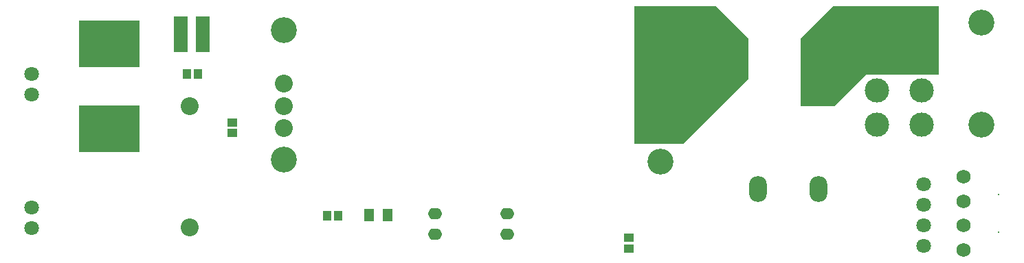
<source format=gbr>
%TF.GenerationSoftware,Altium Limited,Altium Designer,19.1.8 (144)*%
G04 Layer_Color=8388736*
%FSLAX26Y26*%
%MOIN*%
%TF.FileFunction,Soldermask,Top*%
%TF.Part,Single*%
G01*
G75*
%TA.AperFunction,SMDPad,CuDef*%
%ADD38R,0.041465X0.045402*%
%TA.AperFunction,ComponentPad*%
%ADD39O,0.086740X0.126110*%
%ADD40C,0.126110*%
%ADD41C,0.118240*%
%ADD42C,0.008000*%
%ADD43C,0.068000*%
%ADD44C,0.070992*%
%ADD45C,0.126110*%
%ADD46C,0.086740*%
%TA.AperFunction,SMDPad,CuDef*%
%ADD52R,0.106425X0.204850*%
%ADD53O,0.067055X0.055244*%
%ADD54R,0.051307X0.059181*%
%ADD55R,0.070992X0.177291*%
%ADD56R,0.292646X0.228472*%
%ADD57R,0.045402X0.041465*%
G36*
X5314961Y4803150D02*
Y4606299D01*
X5000000Y4291339D01*
X4763779D01*
Y4960630D01*
X5157480D01*
X5314961Y4803150D01*
D02*
G37*
G36*
X6240158Y4625984D02*
X5885827D01*
X5734312Y4474470D01*
X5570866D01*
Y4803150D01*
X5728346Y4960630D01*
X6240158D01*
Y4625984D01*
D02*
G37*
D38*
X3274410Y3940000D02*
D03*
X3325591D02*
D03*
X2645590Y4630000D02*
D03*
X2594409D02*
D03*
D39*
X5657638Y4070000D02*
D03*
X5362362D02*
D03*
D40*
X6445000Y4881060D02*
D03*
Y4385000D02*
D03*
D41*
X5941060D02*
D03*
Y4550350D02*
D03*
Y4715710D02*
D03*
Y4881060D02*
D03*
X6157600Y4385000D02*
D03*
Y4550350D02*
D03*
Y4715710D02*
D03*
Y4881060D02*
D03*
D42*
X6530000Y4045000D02*
D03*
Y3859961D02*
D03*
D43*
X6359921Y4129646D02*
D03*
Y4011535D02*
D03*
Y3893425D02*
D03*
Y3775315D02*
D03*
D44*
X6165000Y3795000D02*
D03*
Y3895000D02*
D03*
Y3995000D02*
D03*
Y4095000D02*
D03*
X1840000Y4630000D02*
D03*
Y4530000D02*
D03*
Y3980000D02*
D03*
Y3880000D02*
D03*
D45*
X3062008Y4844961D02*
D03*
Y4215039D02*
D03*
X4887992Y4854803D02*
D03*
Y4638268D02*
D03*
Y4421732D02*
D03*
Y4205197D02*
D03*
D46*
X3062008Y4584331D02*
D03*
Y4475669D02*
D03*
Y4367402D02*
D03*
X2605000Y3885000D02*
D03*
Y4475551D02*
D03*
D52*
X5651457Y4700000D02*
D03*
X5208543D02*
D03*
D53*
X3794803Y3950000D02*
D03*
Y3850000D02*
D03*
X4145197Y3950000D02*
D03*
Y3850000D02*
D03*
D54*
X3565276Y3945000D02*
D03*
X3474724D02*
D03*
D55*
X2670000Y4825000D02*
D03*
X2563701D02*
D03*
D56*
X2215000Y4365000D02*
D03*
Y4778386D02*
D03*
D57*
X4735107Y3833249D02*
D03*
Y3782068D02*
D03*
X2812988Y4395326D02*
D03*
Y4344145D02*
D03*
%TF.MD5,80e9165eebc224ac3a6ab37a41df22d5*%
M02*

</source>
